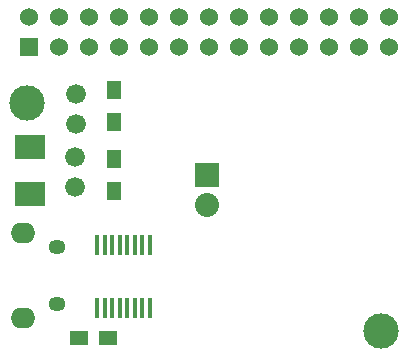
<source format=gts>
G04 #@! TF.FileFunction,Soldermask,Top*
%FSLAX46Y46*%
G04 Gerber Fmt 4.6, Leading zero omitted, Abs format (unit mm)*
G04 Created by KiCad (PCBNEW (after 2015-mar-04 BZR unknown)-product) date 8/7/2018 1:14:48 PM*
%MOMM*%
G01*
G04 APERTURE LIST*
%ADD10C,0.100000*%
%ADD11R,1.500000X1.250000*%
%ADD12R,2.500000X2.000000*%
%ADD13C,3.000000*%
%ADD14R,0.406400X1.651000*%
%ADD15R,1.524000X1.524000*%
%ADD16C,1.524000*%
%ADD17C,1.676400*%
%ADD18R,1.300000X1.500000*%
%ADD19R,2.032000X2.032000*%
%ADD20O,2.032000X2.032000*%
%ADD21O,2.100000X1.724000*%
%ADD22O,1.450000X1.250000*%
G04 APERTURE END LIST*
D10*
D11*
X8616000Y-29083000D03*
X6116000Y-29083000D03*
D12*
X2032000Y-16859000D03*
X2032000Y-12859000D03*
D13*
X1778000Y-9144000D03*
X31750000Y-28448000D03*
D14*
X10223500Y-21209000D03*
X9588500Y-21209000D03*
X8953500Y-21209000D03*
X8318500Y-21209000D03*
X12128500Y-26543000D03*
X12128500Y-21209000D03*
X11493500Y-21209000D03*
X10858500Y-21209000D03*
X7683500Y-26543000D03*
X8318500Y-26543000D03*
X8953500Y-26543000D03*
X9588500Y-26543000D03*
X10223500Y-26543000D03*
X10858500Y-26543000D03*
X7683500Y-21209000D03*
X11493500Y-26543000D03*
D15*
X1905000Y-4445000D03*
D16*
X1905000Y-1905000D03*
X4445000Y-4445000D03*
X4445000Y-1905000D03*
X6985000Y-4445000D03*
X6985000Y-1905000D03*
X9525000Y-4445000D03*
X9525000Y-1905000D03*
X12065000Y-4445000D03*
X12065000Y-1905000D03*
X14605000Y-4445000D03*
X14605000Y-1905000D03*
X17145000Y-4445000D03*
X17145000Y-1905000D03*
X19685000Y-4445000D03*
X19685000Y-1905000D03*
X22225000Y-4445000D03*
X22225000Y-1905000D03*
X24765000Y-4445000D03*
X24765000Y-1905000D03*
X27305000Y-4445000D03*
X27305000Y-1905000D03*
X29845000Y-4445000D03*
X29845000Y-1905000D03*
X32385000Y-4445000D03*
X32385000Y-1905000D03*
D17*
X5842000Y-13716000D03*
X5842000Y-16256000D03*
X5880000Y-8380000D03*
X5880000Y-10920000D03*
D18*
X9144000Y-16590000D03*
X9144000Y-13890000D03*
X9144000Y-10748000D03*
X9144000Y-8048000D03*
D19*
X17018000Y-15240000D03*
D20*
X17018000Y-17780000D03*
D21*
X1397000Y-27349000D03*
X1397000Y-20149000D03*
D22*
X4297000Y-26174000D03*
X4297000Y-21324000D03*
M02*

</source>
